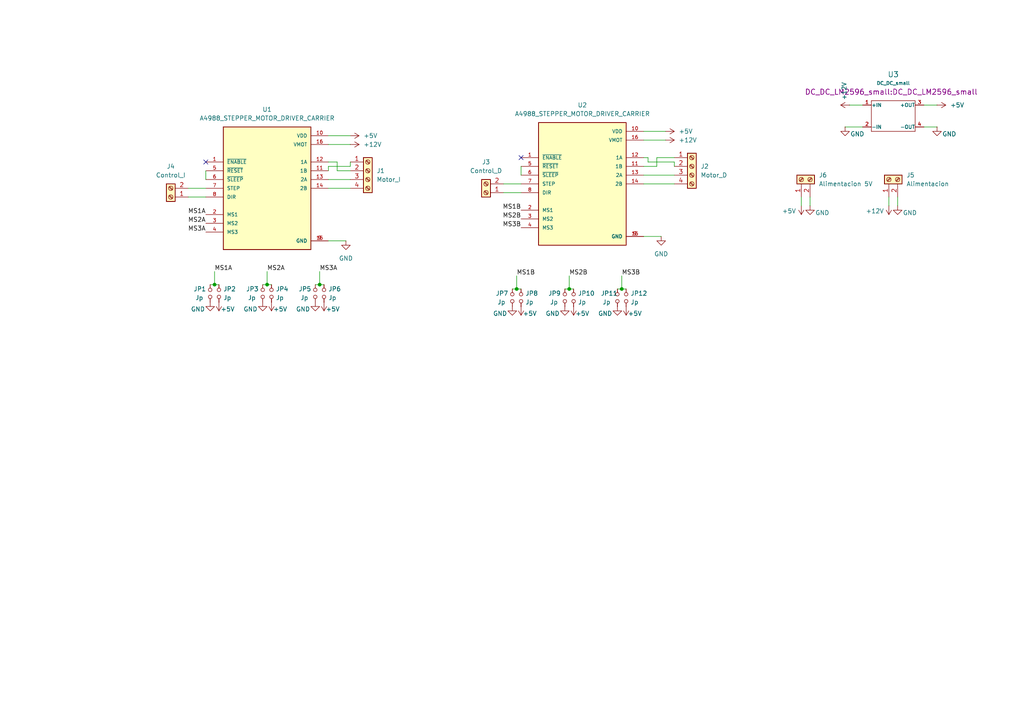
<source format=kicad_sch>
(kicad_sch (version 20231120) (generator "eeschema") (generator_version "8.0")
  (paper "A4")
  (lib_symbols
    (symbol "A4988_STEPPER_MOTOR_DRIVER_CARRIER:A4988_STEPPER_MOTOR_DRIVER_CARRIER" (pin_names (offset 1.016))
      (property "Reference" "U" (at -12.7 19.05 0))
      (property "Value" "A4988_STEPPER_MOTOR_DRIVER_CARRIER" (at -12.7 -21.59 0))
      (symbol "A4988_STEPPER_MOTOR_DRIVER_CARRIER_0_0"
        (rectangle (start -12.7 -17.78) (end 12.7 17.78) (stroke (width 0.254)) (fill (type background)))
        (pin input line (at -17.78 7.62 0) (length 5.08) (name "~{ENABLE}") (number "1"))
        (pin power_in line (at 17.78 15.24 180) (length 5.08) (name "VDD") (number "10"))
        (pin output line (at 17.78 5.08 180) (length 5.08) (name "1B") (number "11"))
        (pin output line (at 17.78 7.62 180) (length 5.08) (name "1A") (number "12"))
        (pin output line (at 17.78 2.54 180) (length 5.08) (name "2A") (number "13"))
        (pin output line (at 17.78 0 180) (length 5.08) (name "2B") (number "14"))
        (pin power_in line (at 17.78 -15.24 180) (length 5.08) (name "GND") (number "15"))
        (pin power_in line (at 17.78 12.7 180) (length 5.08) (name "VMOT") (number "16"))
        (pin input line (at -17.78 -7.62 0) (length 5.08) (name "MS1") (number "2"))
        (pin input line (at -17.78 -10.16 0) (length 5.08) (name "MS2") (number "3"))
        (pin input line (at -17.78 -12.7 0) (length 5.08) (name "MS3") (number "4"))
        (pin input line (at -17.78 5.08 0) (length 5.08) (name "~{RESET}") (number "5"))
        (pin input line (at -17.78 2.54 0) (length 5.08) (name "~{SLEEP}") (number "6"))
        (pin input line (at -17.78 0 0) (length 5.08) (name "STEP") (number "7"))
        (pin input line (at -17.78 -2.54 0) (length 5.08) (name "DIR") (number "8"))
        (pin power_in line (at 17.78 -15.24 180) (length 5.08) (name "GND") (number "9"))
      )
    )
    (symbol "Connector:Screw_Terminal_01x02" (pin_names (offset 1.016) hide)
      (property "Reference" "J" (at 0 2.54 0))
      (property "Value" "Screw_Terminal_01x02" (at 0 -5.08 0))
      (symbol "Screw_Terminal_01x02_1_1"
        (rectangle (start -1.27 1.27) (end 1.27 -3.81) (stroke (width 0.254)) (fill (type background)))
        (circle (center 0 -2.54) (radius 0.635) (stroke (width 0.1524)))
        (polyline (pts (xy -0.5334 -2.2098) (xy 0.3302 -3.048)) (stroke (width 0.1524)))
        (polyline (pts (xy -0.5334 0.3302) (xy 0.3302 -0.508)) (stroke (width 0.1524)))
        (polyline (pts (xy -0.3556 -2.032) (xy 0.508 -2.8702)) (stroke (width 0.1524)))
        (polyline (pts (xy -0.3556 0.508) (xy 0.508 -0.3302)) (stroke (width 0.1524)))
        (circle (center 0 0) (radius 0.635) (stroke (width 0.1524)))
        (pin passive line (at -5.08 0 0) (length 3.81) (name "Pin_1") (number "1"))
        (pin passive line (at -5.08 -2.54 0) (length 3.81) (name "Pin_2") (number "2"))
      )
    )
    (symbol "Connector:Screw_Terminal_01x04" (pin_names (offset 1.016) hide)
      (property "Reference" "J" (at 0 5.08 0))
      (property "Value" "Screw_Terminal_01x04" (at 0 -7.62 0))
      (symbol "Screw_Terminal_01x04_1_1"
        (rectangle (start -1.27 3.81) (end 1.27 -6.35) (stroke (width 0.254)) (fill (type background)))
        (circle (center 0 -5.08) (radius 0.635) (stroke (width 0.1524)))
        (circle (center 0 -2.54) (radius 0.635) (stroke (width 0.1524)))
        (polyline (pts (xy -0.5334 -4.7498) (xy 0.3302 -5.588)) (stroke (width 0.1524)))
        (polyline (pts (xy -0.5334 -2.2098) (xy 0.3302 -3.048)) (stroke (width 0.1524)))
        (polyline (pts (xy -0.5334 0.3302) (xy 0.3302 -0.508)) (stroke (width 0.1524)))
        (polyline (pts (xy -0.5334 2.8702) (xy 0.3302 2.032)) (stroke (width 0.1524)))
        (polyline (pts (xy -0.3556 -4.572) (xy 0.508 -5.4102)) (stroke (width 0.1524)))
        (polyline (pts (xy -0.3556 -2.032) (xy 0.508 -2.8702)) (stroke (width 0.1524)))
        (polyline (pts (xy -0.3556 0.508) (xy 0.508 -0.3302)) (stroke (width 0.1524)))
        (polyline (pts (xy -0.3556 3.048) (xy 0.508 2.2098)) (stroke (width 0.1524)))
        (circle (center 0 0) (radius 0.635) (stroke (width 0.1524)))
        (circle (center 0 2.54) (radius 0.635) (stroke (width 0.1524)))
        (pin passive line (at -5.08 2.54 0) (length 3.81) (name "Pin_1") (number "1"))
        (pin passive line (at -5.08 0 0) (length 3.81) (name "Pin_2") (number "2"))
        (pin passive line (at -5.08 -2.54 0) (length 3.81) (name "Pin_3") (number "3"))
        (pin passive line (at -5.08 -5.08 0) (length 3.81) (name "Pin_4") (number "4"))
      )
    )
    (symbol "Custom_dc_dc_small:DC_DC_small" (pin_names (offset 0.0254))
      (property "Reference" "U" (at 0 7.62 0))
      (property "Value" "DC_DC_small" (at 0 1.27 0))
      (property "Footprint" "DC_DC_LM2596" (at -1.27 11.43 0))
      (symbol "DC_DC_small_0_1"
        (rectangle (start -6.35 5.08) (end -6.35 -3.81))
        (rectangle (start -6.35 5.08) (end 6.35 5.08))
        (rectangle (start 6.35 -3.81) (end -6.35 -3.81))
        (rectangle (start 6.35 5.08) (end 6.35 -3.81))
      )
      (symbol "DC_DC_small_1_1"
        (pin power_in line (at -8.89 3.81 0) (length 2.54) (name "+IN") (number "1"))
        (pin power_in line (at -8.89 -2.54 0) (length 2.54) (name "-IN") (number "2"))
        (pin power_out line (at 8.89 3.81 180) (length 2.54) (name "+OUT") (number "3"))
        (pin power_in line (at 8.89 -2.54 180) (length 2.54) (name "-OUT") (number "4"))
      )
    )
    (symbol "device_SID:Jumper_NO_Small" (pin_numbers hide) (pin_names (offset 0.762) hide)
      (property "Reference" "JP" (at 0 2.032 0))
      (property "Value" "Jumper_NO_Small" (at 0.254 -1.524 0))
      (symbol "Jumper_NO_Small_0_1"
        (circle (center -1.016 0) (radius 0.508))
        (circle (center 1.016 0) (radius 0.508))
        (pin passive line (at -2.54 0 0) (length 1.016) (name "1") (number "1"))
        (pin passive line (at 2.54 0 180) (length 1.016) (name "2") (number "2"))
      )
    )
    (symbol "power:+12V" (power) (pin_numbers hide) (pin_names (offset 0) hide)
      (property "Value" "+12V" (at 0 3.556 0))
      (symbol "+12V_0_1"
        (polyline (pts (xy -0.762 1.27) (xy 0 2.54)))
        (polyline (pts (xy 0 0) (xy 0 2.54)))
        (polyline (pts (xy 0 2.54) (xy 0.762 1.27)))
      )
      (symbol "+12V_1_1"
        (pin power_in line (at 0 0 90) (length 0) (name "~") (number "1"))
      )
    )
    (symbol "power:+5V" (power) (pin_numbers hide) (pin_names (offset 0) hide)
      (property "Value" "+5V" (at 0 3.556 0))
      (symbol "+5V_0_1"
        (polyline (pts (xy -0.762 1.27) (xy 0 2.54)))
        (polyline (pts (xy 0 0) (xy 0 2.54)))
        (polyline (pts (xy 0 2.54) (xy 0.762 1.27)))
      )
      (symbol "+5V_1_1"
        (pin power_in line (at 0 0 90) (length 0) (name "~") (number "1"))
      )
    )
    (symbol "power:GND" (power) (pin_numbers hide) (pin_names (offset 0) hide)
      (property "Value" "GND" (at 0 -3.81 0))
      (symbol "GND_0_1"
        (polyline (pts (xy 0 0) (xy 0 -1.27) (xy 1.27 -1.27) (xy 0 -2.54) (xy -1.27 -1.27) (xy 0 -1.27)))
      )
      (symbol "GND_1_1"
        (pin power_in line (at 0 0 270) (length 0) (name "~") (number "1"))
      )
    )
  )
  (junction (at 92.71 82.55))
  (junction (at 149.86 83.82))
  (junction (at 180.34 83.82))
  (junction (at 165.1 83.82))
  (junction (at 77.47 82.55))
  (junction (at 62.23 82.55))
  (no_connect (at 59.69 46.99))
  (no_connect (at 151.13 45.72))
  (wire (pts (xy 77.47 82.55) (xy 78.74 82.55)))
  (wire (pts (xy 95.25 69.85) (xy 100.33 69.85)))
  (wire (pts (xy 101.6 41.91) (xy 95.25 41.91)))
  (wire (pts (xy 95.25 54.61) (xy 101.6 54.61)))
  (wire (pts (xy 95.25 39.37) (xy 101.6 39.37)))
  (wire (pts (xy 187.96 45.72) (xy 186.69 45.72)))
  (wire (pts (xy 101.6 46.99) (xy 101.6 48.26)))
  (wire (pts (xy 54.61 57.15) (xy 59.69 57.15)))
  (wire (pts (xy 246.38 30.48) (xy 250.19 30.48)))
  (wire (pts (xy 190.5 45.72) (xy 190.5 48.26)))
  (wire (pts (xy 267.97 30.48) (xy 271.78 30.48)))
  (wire (pts (xy 179.07 83.82) (xy 180.34 83.82)))
  (wire (pts (xy 76.2 82.55) (xy 77.47 82.55)))
  (wire (pts (xy 148.59 83.82) (xy 149.86 83.82)))
  (wire (pts (xy 186.69 50.8) (xy 195.58 50.8)))
  (wire (pts (xy 146.05 55.88) (xy 151.13 55.88)))
  (wire (pts (xy 257.81 57.15) (xy 257.81 59.69)))
  (wire (pts (xy 195.58 48.26) (xy 195.58 46.99)))
  (wire (pts (xy 59.69 49.53) (xy 59.69 52.07)))
  (wire (pts (xy 187.96 46.99) (xy 187.96 45.72)))
  (wire (pts (xy 186.69 38.1) (xy 193.04 38.1)))
  (wire (pts (xy 165.1 80.01) (xy 165.1 83.82)))
  (wire (pts (xy 151.13 48.26) (xy 151.13 50.8)))
  (wire (pts (xy 267.97 36.83) (xy 271.78 36.83)))
  (wire (pts (xy 165.1 83.82) (xy 166.37 83.82)))
  (wire (pts (xy 97.79 49.53) (xy 97.79 46.99)))
  (wire (pts (xy 232.41 57.15) (xy 232.41 59.69)))
  (wire (pts (xy 101.6 49.53) (xy 97.79 49.53)))
  (wire (pts (xy 60.96 82.55) (xy 62.23 82.55)))
  (wire (pts (xy 77.47 78.74) (xy 77.47 82.55)))
  (wire (pts (xy 54.61 54.61) (xy 59.69 54.61)))
  (wire (pts (xy 149.86 83.82) (xy 151.13 83.82)))
  (wire (pts (xy 95.25 48.26) (xy 101.6 48.26)))
  (wire (pts (xy 91.44 82.55) (xy 92.71 82.55)))
  (wire (pts (xy 180.34 83.82) (xy 181.61 83.82)))
  (wire (pts (xy 195.58 45.72) (xy 190.5 45.72)))
  (wire (pts (xy 95.25 49.53) (xy 95.25 48.26)))
  (wire (pts (xy 62.23 82.55) (xy 63.5 82.55)))
  (wire (pts (xy 62.23 78.74) (xy 62.23 82.55)))
  (wire (pts (xy 186.69 53.34) (xy 195.58 53.34)))
  (wire (pts (xy 146.05 53.34) (xy 151.13 53.34)))
  (wire (pts (xy 234.95 57.15) (xy 234.95 59.69)))
  (wire (pts (xy 245.11 36.83) (xy 250.19 36.83)))
  (wire (pts (xy 92.71 82.55) (xy 93.98 82.55)))
  (wire (pts (xy 95.25 52.07) (xy 101.6 52.07)))
  (wire (pts (xy 180.34 80.01) (xy 180.34 83.82)))
  (wire (pts (xy 187.96 46.99) (xy 195.58 46.99)))
  (wire (pts (xy 149.86 80.01) (xy 149.86 83.82)))
  (wire (pts (xy 92.71 78.74) (xy 92.71 82.55)))
  (wire (pts (xy 260.35 57.15) (xy 260.35 59.69)))
  (wire (pts (xy 190.5 48.26) (xy 186.69 48.26)))
  (wire (pts (xy 163.83 83.82) (xy 165.1 83.82)))
  (wire (pts (xy 95.25 46.99) (xy 97.79 46.99)))
  (wire (pts (xy 186.69 68.58) (xy 191.77 68.58)))
  (wire (pts (xy 193.04 40.64) (xy 186.69 40.64)))
  (label "MS2A" (at 59.69 64.77 180))
  (label "MS1A" (at 62.23 78.74 0))
  (label "MS3A" (at 59.69 67.31 180))
  (label "MS3A" (at 92.71 78.74 0))
  (label "MS3B" (at 151.13 66.04 180))
  (label "MS3B" (at 180.34 80.01 0))
  (label "MS2B" (at 165.1 80.01 0))
  (label "MS2B" (at 151.13 63.5 180))
  (label "MS1B" (at 149.86 80.01 0))
  (label "MS1A" (at 59.69 62.23 180))
  (label "MS2A" (at 77.47 78.74 0))
  (label "MS1B" (at 151.13 60.96 180))
  (symbol (lib_id "power:GND") (at 163.83 88.9 0) (unit 1)
    (property "Reference" "#PWR025" (effects (hide yes)))
    (property "Value" "GND" (at 160.274 90.932 0))
    (property "Description" "Power symbol creates a global label with name \"GND\" , ground" (effects (hide yes)))
  )
  (symbol (lib_id "Connector:Screw_Terminal_01x02") (at 49.53 57.15 180) (unit 1)
    (property "Reference" "J4" (at 49.53 48.26 0))
    (property "Value" "Control_I" (at 49.53 50.8 0))
    (property "Footprint" "Connector_JST:JST_XH_B2B-XH-A_1x02_P2.50mm_Vertical" (effects (hide yes)))
    (property "Description" "Generic screw terminal, single row, 01x02, script generated (kicad-library-utils/schlib/autogen/connector/)" (effects (hide yes)))
  )
  (symbol (lib_id "power:GND") (at 245.11 36.83 0) (unit 1)
    (property "Reference" "#PWR022" (effects (hide yes)))
    (property "Value" "GND" (at 248.666 38.862 0))
    (property "Description" "Power symbol creates a global label with name \"GND\" , ground" (effects (hide yes)))
  )
  (symbol (lib_id "power:GND") (at 234.95 59.69 0) (unit 1)
    (property "Reference" "#PWR013" (effects (hide yes)))
    (property "Value" "GND" (at 238.506 61.722 0))
    (property "Description" "Power symbol creates a global label with name \"GND\" , ground" (effects (hide yes)))
  )
  (symbol (lib_id "device_SID:Jumper_NO_Small") (at 63.5 85.09 90) (unit 1)
    (property "Reference" "JP2" (at 64.77 83.8199 90) (effects (justify right)))
    (property "Value" "Jp" (at 64.77 86.3599 90) (effects (justify right)))
    (property "Footprint" "Pin_Headers_SID:Pin_Header_Straight_1x02_Pitch2.54mm" (effects (hide yes)))
    (property "Description" "Jumper, normally open" (effects (hide yes)))
  )
  (symbol (lib_id "device_SID:Jumper_NO_Small") (at 179.07 86.36 90) (unit 1)
    (property "Reference" "JP11" (at 174.244 85.09 90) (effects (justify right)))
    (property "Value" "Jp" (at 174.752 87.63 90) (effects (justify right)))
    (property "Footprint" "Pin_Headers_SID:Pin_Header_Straight_1x02_Pitch2.54mm" (effects (hide yes)))
    (property "Description" "Jumper, normally open" (effects (hide yes)))
  )
  (symbol (lib_id "power:+5V") (at 93.98 87.63 180) (unit 1)
    (property "Reference" "#PWR06" (effects (hide yes)))
    (property "Value" "+5V" (at 96.52 89.662 0))
    (property "Description" "Power symbol creates a global label with name \"+5V\"" (effects (hide yes)))
  )
  (symbol (lib_id "device_SID:Jumper_NO_Small") (at 78.74 85.09 90) (unit 1)
    (property "Reference" "JP4" (at 80.01 83.8199 90) (effects (justify right)))
    (property "Value" "Jp" (at 80.01 86.3599 90) (effects (justify right)))
    (property "Footprint" "Pin_Headers_SID:Pin_Header_Straight_1x02_Pitch2.54mm" (effects (hide yes)))
    (property "Description" "Jumper, normally open" (effects (hide yes)))
  )
  (symbol (lib_id "device_SID:Jumper_NO_Small") (at 151.13 86.36 90) (unit 1)
    (property "Reference" "JP8" (at 152.4 85.0899 90) (effects (justify right)))
    (property "Value" "Jp" (at 152.4 87.6299 90) (effects (justify right)))
    (property "Footprint" "Pin_Headers_SID:Pin_Header_Straight_1x02_Pitch2.54mm" (effects (hide yes)))
    (property "Description" "Jumper, normally open" (effects (hide yes)))
  )
  (symbol (lib_id "power:+5V") (at 101.6 39.37 270) (unit 1)
    (property "Reference" "#PWR017" (effects (hide yes)))
    (property "Value" "+5V" (at 105.41 39.3699 90) (effects (justify left)))
    (property "Description" "Power symbol creates a global label with name \"+5V\"" (effects (hide yes)))
  )
  (symbol (lib_id "device_SID:Jumper_NO_Small") (at 93.98 85.09 90) (unit 1)
    (property "Reference" "JP6" (at 95.25 83.8199 90) (effects (justify right)))
    (property "Value" "Jp" (at 95.25 86.3599 90) (effects (justify right)))
    (property "Footprint" "Pin_Headers_SID:Pin_Header_Straight_1x02_Pitch2.54mm" (effects (hide yes)))
    (property "Description" "Jumper, normally open" (effects (hide yes)))
  )
  (symbol (lib_id "A4988_STEPPER_MOTOR_DRIVER_CARRIER:A4988_STEPPER_MOTOR_DRIVER_CARRIER") (at 168.91 53.34 0) (unit 1)
    (property "Reference" "U2" (at 168.91 30.48 0))
    (property "Value" "A4988_STEPPER_MOTOR_DRIVER_CARRIER" (at 168.91 33.02 0))
    (property "Footprint" "A4988_STEPPER_MOTOR_DRIVER_CARRIER:MODULE_A4988_STEPPER_MOTOR_DRIVER_CARRIER" (effects (hide yes)))
    (property "Description" "Motor Derecho" (effects (hide yes)))
    (property "MF" "Pololu" (effects (hide yes)))
    (property "DESCRIPTION" "Stepper motor controler; IC: A4988; 1A; Uin mot: 8÷35V" (effects (hide yes)))
    (property "PACKAGE" "None" (effects (hide yes)))
    (property "PRICE" "None" (effects (hide yes)))
    (property "Package" "None" (effects (hide yes)))
    (property "Check_prices" "https://www.snapeda.com/parts/A4988%20STEPPER%20MOTOR%20DRIVER%20CARRIER/Pololu/view-part/?ref=eda" (effects (hide yes)))
    (property "Price" "None" (effects (hide yes)))
    (property "SnapEDA_Link" "https://www.snapeda.com/parts/A4988%20STEPPER%20MOTOR%20DRIVER%20CARRIER/Pololu/view-part/?ref=snap" (effects (hide yes)))
    (property "MP" "A4988 STEPPER MOTOR DRIVER CARRIER" (effects (hide yes)))
    (property "Availability" "Not in stock" (effects (hide yes)))
    (property "AVAILABILITY" "Unavailable" (effects (hide yes)))
    (property "Description_1" "\n                        \n                            Stepper Motor Driver\n                        \n" (effects (hide yes)))
  )
  (symbol (lib_id "power:GND") (at 191.77 68.58 0) (unit 1)
    (property "Reference" "#PWR014" (effects (hide yes)))
    (property "Value" "GND" (at 191.77 73.66 0))
    (property "Description" "Power symbol creates a global label with name \"GND\" , ground" (effects (hide yes)))
  )
  (symbol (lib_id "device_SID:Jumper_NO_Small") (at 76.2 85.09 90) (unit 1)
    (property "Reference" "JP3" (at 71.374 83.82 90) (effects (justify right)))
    (property "Value" "Jp" (at 71.882 86.36 90) (effects (justify right)))
    (property "Footprint" "Pin_Headers_SID:Pin_Header_Straight_1x02_Pitch2.54mm" (effects (hide yes)))
    (property "Description" "Jumper, normally open" (effects (hide yes)))
  )
  (symbol (lib_id "device_SID:Jumper_NO_Small") (at 91.44 85.09 90) (unit 1)
    (property "Reference" "JP5" (at 86.614 83.82 90) (effects (justify right)))
    (property "Value" "Jp" (at 87.122 86.36 90) (effects (justify right)))
    (property "Footprint" "Pin_Headers_SID:Pin_Header_Straight_1x02_Pitch2.54mm" (effects (hide yes)))
    (property "Description" "Jumper, normally open" (effects (hide yes)))
  )
  (symbol (lib_id "power:+5V") (at 166.37 88.9 180) (unit 1)
    (property "Reference" "#PWR026" (effects (hide yes)))
    (property "Value" "+5V" (at 168.91 90.932 0))
    (property "Description" "Power symbol creates a global label with name \"+5V\"" (effects (hide yes)))
  )
  (symbol (lib_id "device_SID:Jumper_NO_Small") (at 163.83 86.36 90) (unit 1)
    (property "Reference" "JP9" (at 159.004 85.09 90) (effects (justify right)))
    (property "Value" "Jp" (at 159.512 87.63 90) (effects (justify right)))
    (property "Footprint" "Pin_Headers_SID:Pin_Header_Straight_1x02_Pitch2.54mm" (effects (hide yes)))
    (property "Description" "Jumper, normally open" (effects (hide yes)))
  )
  (symbol (lib_id "Connector:Screw_Terminal_01x02") (at 232.41 52.07 90) (unit 1)
    (property "Reference" "J6" (at 237.49 50.7999 90) (effects (justify right)))
    (property "Value" "Alimentacion 5V" (at 237.49 53.3399 90) (effects (justify right)))
    (property "Footprint" "Connectors_Terminal_Blocks_SID:TerminalBlock_Pheonix_MPT-2.54mm_2pol" (effects (hide yes)))
    (property "Description" "Generic screw terminal, single row, 01x02, script generated (kicad-library-utils/schlib/autogen/connector/)" (effects (hide yes)))
  )
  (symbol (lib_id "device_SID:Jumper_NO_Small") (at 181.61 86.36 90) (unit 1)
    (property "Reference" "JP12" (at 182.88 85.0899 90) (effects (justify right)))
    (property "Value" "Jp" (at 182.88 87.6299 90) (effects (justify right)))
    (property "Footprint" "Pin_Headers_SID:Pin_Header_Straight_1x02_Pitch2.54mm" (effects (hide yes)))
    (property "Description" "Jumper, normally open" (effects (hide yes)))
  )
  (symbol (lib_id "power:+5V") (at 63.5 87.63 180) (unit 1)
    (property "Reference" "#PWR02" (effects (hide yes)))
    (property "Value" "+5V" (at 66.04 89.662 0))
    (property "Description" "Power symbol creates a global label with name \"+5V\"" (effects (hide yes)))
  )
  (symbol (lib_id "power:+5V") (at 78.74 87.63 180) (unit 1)
    (property "Reference" "#PWR04" (effects (hide yes)))
    (property "Value" "+5V" (at 81.28 89.662 0))
    (property "Description" "Power symbol creates a global label with name \"+5V\"" (effects (hide yes)))
  )
  (symbol (lib_id "power:GND") (at 271.78 36.83 0) (unit 1)
    (property "Reference" "#PWR023" (effects (hide yes)))
    (property "Value" "GND" (at 275.336 38.862 0))
    (property "Description" "Power symbol creates a global label with name \"GND\" , ground" (effects (hide yes)))
  )
  (symbol (lib_id "Connector:Screw_Terminal_01x04") (at 200.66 48.26 0) (unit 1)
    (property "Reference" "J2" (at 203.2 48.2599 0) (effects (justify left)))
    (property "Value" "Motor_D" (at 203.2 50.7999 0) (effects (justify left)))
    (property "Footprint" "Connector_JST:JST_XH_B4B-XH-A_1x04_P2.50mm_Vertical" (effects (hide yes)))
    (property "Description" "Generic screw terminal, single row, 01x04, script generated (kicad-library-utils/schlib/autogen/connector/)" (effects (hide yes)))
  )
  (symbol (lib_id "Custom_dc_dc_small:DC_DC_small") (at 259.08 34.29 0) (unit 1)
    (property "Reference" "U3" (at 259.08 21.59 0) (effects (font (size 1.524 1.524))))
    (property "Value" "DC_DC_small" (at 259.08 24.13 0) (effects (font (size 0.9906 0.9906))))
    (property "Footprint" "DC_DC_LM2596_small:DC_DC_LM2596_small " (at 259.08 26.67 0) (effects (font (size 1.524 1.524))))
  )
  (symbol (lib_id "device_SID:Jumper_NO_Small") (at 148.59 86.36 90) (unit 1)
    (property "Reference" "JP7" (at 143.764 85.09 90) (effects (justify right)))
    (property "Value" "Jp" (at 144.272 87.63 90) (effects (justify right)))
    (property "Footprint" "Pin_Headers_SID:Pin_Header_Straight_1x02_Pitch2.54mm" (effects (hide yes)))
    (property "Description" "Jumper, normally open" (effects (hide yes)))
  )
  (symbol (lib_id "power:+12V") (at 193.04 40.64 270) (unit 1)
    (property "Reference" "#PWR015" (effects (hide yes)))
    (property "Value" "+12V" (at 196.85 40.6399 90) (effects (justify left)))
    (property "Description" "Power symbol creates a global label with name \"+12V\"" (effects (hide yes)))
  )
  (symbol (lib_id "A4988_STEPPER_MOTOR_DRIVER_CARRIER:A4988_STEPPER_MOTOR_DRIVER_CARRIER") (at 77.47 54.61 0) (unit 1)
    (property "Reference" "U1" (at 77.47 31.75 0))
    (property "Value" "A4988_STEPPER_MOTOR_DRIVER_CARRIER" (at 77.47 34.29 0))
    (property "Footprint" "A4988_STEPPER_MOTOR_DRIVER_CARRIER:MODULE_A4988_STEPPER_MOTOR_DRIVER_CARRIER" (effects (hide yes)))
    (property "Description" "Motor Izquierdo" (effects (hide yes)))
    (property "MF" "Pololu" (effects (hide yes)))
    (property "DESCRIPTION" "Stepper motor controler; IC: A4988; 1A; Uin mot: 8÷35V" (effects (hide yes)))
    (property "PACKAGE" "None" (effects (hide yes)))
    (property "PRICE" "None" (effects (hide yes)))
    (property "Package" "None" (effects (hide yes)))
    (property "Check_prices" "https://www.snapeda.com/parts/A4988%20STEPPER%20MOTOR%20DRIVER%20CARRIER/Pololu/view-part/?ref=eda" (effects (hide yes)))
    (property "Price" "None" (effects (hide yes)))
    (property "SnapEDA_Link" "https://www.snapeda.com/parts/A4988%20STEPPER%20MOTOR%20DRIVER%20CARRIER/Pololu/view-part/?ref=snap" (effects (hide yes)))
    (property "MP" "A4988 STEPPER MOTOR DRIVER CARRIER" (effects (hide yes)))
    (property "Availability" "Not in stock" (effects (hide yes)))
    (property "AVAILABILITY" "Unavailable" (effects (hide yes)))
    (property "Description_1" "\n                        \n                            Stepper Motor Driver\n                        \n" (effects (hide yes)))
  )
  (symbol (lib_id "Connector:Screw_Terminal_01x04") (at 106.68 49.53 0) (unit 1)
    (property "Reference" "J1" (at 109.22 49.5299 0) (effects (justify left)))
    (property "Value" "Motor_I" (at 109.22 52.0699 0) (effects (justify left)))
    (property "Footprint" "Connector_JST:JST_XH_B4B-XH-A_1x04_P2.50mm_Vertical" (effects (hide yes)))
    (property "Description" "Generic screw terminal, single row, 01x04, script generated (kicad-library-utils/schlib/autogen/connector/)" (effects (hide yes)))
  )
  (symbol (lib_id "power:GND") (at 76.2 87.63 0) (unit 1)
    (property "Reference" "#PWR03" (effects (hide yes)))
    (property "Value" "GND" (at 72.644 89.662 0))
    (property "Description" "Power symbol creates a global label with name \"GND\" , ground" (effects (hide yes)))
  )
  (symbol (lib_id "power:+12V") (at 101.6 41.91 270) (unit 1)
    (property "Reference" "#PWR018" (effects (hide yes)))
    (property "Value" "+12V" (at 105.41 41.9099 90) (effects (justify left)))
    (property "Description" "Power symbol creates a global label with name \"+12V\"" (effects (hide yes)))
  )
  (symbol (lib_id "power:+5V") (at 232.41 59.69 180) (unit 1)
    (property "Reference" "#PWR012" (effects (hide yes)))
    (property "Value" "+5V" (at 228.854 61.214 0))
    (property "Description" "Power symbol creates a global label with name \"+5V\"" (effects (hide yes)))
  )
  (symbol (lib_id "device_SID:Jumper_NO_Small") (at 60.96 85.09 90) (unit 1)
    (property "Reference" "JP1" (at 56.134 83.82 90) (effects (justify right)))
    (property "Value" "Jp" (at 56.642 86.36 90) (effects (justify right)))
    (property "Footprint" "Pin_Headers_SID:Pin_Header_Straight_1x02_Pitch2.54mm" (effects (hide yes)))
    (property "Description" "Jumper, normally open" (effects (hide yes)))
  )
  (symbol (lib_id "power:+5V") (at 181.61 88.9 180) (unit 1)
    (property "Reference" "#PWR011" (effects (hide yes)))
    (property "Value" "+5V" (at 184.15 90.932 0))
    (property "Description" "Power symbol creates a global label with name \"+5V\"" (effects (hide yes)))
  )
  (symbol (lib_id "power:+5V") (at 151.13 88.9 180) (unit 1)
    (property "Reference" "#PWR08" (effects (hide yes)))
    (property "Value" "+5V" (at 153.67 90.932 0))
    (property "Description" "Power symbol creates a global label with name \"+5V\"" (effects (hide yes)))
  )
  (symbol (lib_id "power:GND") (at 260.35 59.69 0) (unit 1)
    (property "Reference" "#PWR020" (effects (hide yes)))
    (property "Value" "GND" (at 263.906 61.722 0))
    (property "Description" "Power symbol creates a global label with name \"GND\" , ground" (effects (hide yes)))
  )
  (symbol (lib_id "power:+12V") (at 257.81 59.69 180) (unit 1)
    (property "Reference" "#PWR019" (effects (hide yes)))
    (property "Value" "+12V" (at 253.746 61.214 0))
    (property "Description" "Power symbol creates a global label with name \"+12V\"" (effects (hide yes)))
  )
  (symbol (lib_id "power:GND") (at 60.96 87.63 0) (unit 1)
    (property "Reference" "#PWR01" (effects (hide yes)))
    (property "Value" "GND" (at 57.404 89.662 0))
    (property "Description" "Power symbol creates a global label with name \"GND\" , ground" (effects (hide yes)))
  )
  (symbol (lib_id "Connector:Screw_Terminal_01x02") (at 257.81 52.07 90) (unit 1)
    (property "Reference" "J5" (at 262.89 50.7999 90) (effects (justify right)))
    (property "Value" "Alimentacion" (at 262.89 53.3399 90) (effects (justify right)))
    (property "Footprint" "Connectors_Terminal_Blocks_SID:TerminalBlock_Pheonix_MPT-2.54mm_2pol" (effects (hide yes)))
    (property "Description" "Generic screw terminal, single row, 01x02, script generated (kicad-library-utils/schlib/autogen/connector/)" (effects (hide yes)))
  )
  (symbol (lib_id "device_SID:Jumper_NO_Small") (at 166.37 86.36 90) (unit 1)
    (property "Reference" "JP10" (at 167.64 85.0899 90) (effects (justify right)))
    (property "Value" "Jp" (at 167.64 87.6299 90) (effects (justify right)))
    (property "Footprint" "Pin_Headers_SID:Pin_Header_Straight_1x02_Pitch2.54mm" (effects (hide yes)))
    (property "Description" "Jumper, normally open" (effects (hide yes)))
  )
  (symbol (lib_id "power:+5V") (at 271.78 30.48 270) (unit 1)
    (property "Reference" "#PWR024" (effects (hide yes)))
    (property "Value" "+5V" (at 275.59 30.4799 90) (effects (justify left)))
    (property "Description" "Power symbol creates a global label with name \"+5V\"" (effects (hide yes)))
  )
  (symbol (lib_id "power:GND") (at 100.33 69.85 0) (unit 1)
    (property "Reference" "#PWR07" (effects (hide yes)))
    (property "Value" "GND" (at 100.33 74.93 0))
    (property "Description" "Power symbol creates a global label with name \"GND\" , ground" (effects (hide yes)))
  )
  (symbol (lib_id "power:+5V") (at 193.04 38.1 270) (unit 1)
    (property "Reference" "#PWR016" (effects (hide yes)))
    (property "Value" "+5V" (at 196.85 38.0999 90) (effects (justify left)))
    (property "Description" "Power symbol creates a global label with name \"+5V\"" (effects (hide yes)))
  )
  (symbol (lib_id "power:GND") (at 91.44 87.63 0) (unit 1)
    (property "Reference" "#PWR05" (effects (hide yes)))
    (property "Value" "GND" (at 87.884 89.662 0))
    (property "Description" "Power symbol creates a global label with name \"GND\" , ground" (effects (hide yes)))
  )
  (symbol (lib_id "power:GND") (at 148.59 88.9 0) (unit 1)
    (property "Reference" "#PWR09" (effects (hide yes)))
    (property "Value" "GND" (at 145.034 90.932 0))
    (property "Description" "Power symbol creates a global label with name \"GND\" , ground" (effects (hide yes)))
  )
  (symbol (lib_id "power:+12V") (at 246.38 30.48 90) (unit 1)
    (property "Reference" "#PWR021" (effects (hide yes)))
    (property "Value" "+12V" (at 244.856 26.416 0))
    (property "Description" "Power symbol creates a global label with name \"+12V\"" (effects (hide yes)))
  )
  (symbol (lib_id "Connector:Screw_Terminal_01x02") (at 140.97 55.88 180) (unit 1)
    (property "Reference" "J3" (at 140.97 46.99 0))
    (property "Value" "Control_D" (at 140.97 49.53 0))
    (property "Footprint" "Connector_JST:JST_XH_B2B-XH-A_1x02_P2.50mm_Vertical" (effects (hide yes)))
    (property "Description" "Generic screw terminal, single row, 01x02, script generated (kicad-library-utils/schlib/autogen/connector/)" (effects (hide yes)))
  )
  (symbol (lib_id "power:GND") (at 179.07 88.9 0) (unit 1)
    (property "Reference" "#PWR010" (effects (hide yes)))
    (property "Value" "GND" (at 175.514 90.932 0))
    (property "Description" "Power symbol creates a global label with name \"GND\" , ground" (effects (hide yes)))
  )
)
</source>
